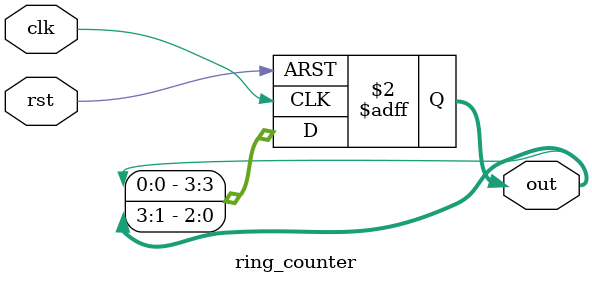
<source format=v>
module ring_counter (
    input clk,
    input rst,
    output reg [3:0] out
);

always @(posedge clk or posedge rst) begin
    if (rst)
        out <= 4'b1000; // Initial one-hot state
    else
        out <= {out[0], out[3:1]}; // Right rotate
end

endmodule

</source>
